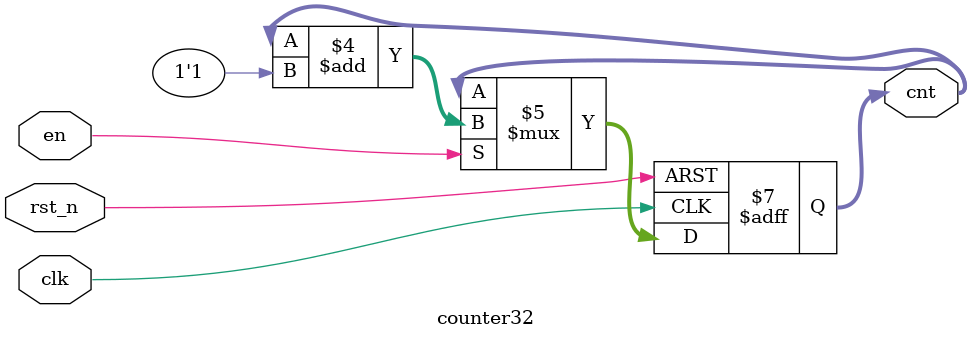
<source format=v>

module counter32 (
      //===============
      // Input Ports
      //===============
      input clk,
      input en,
      input rst_n,
      
      //===============
      // Output Ports
      //===============
      output reg [31:0] cnt
);

   // Synchronous logic, active low reset
   always @(posedge clk, negedge rst_n)
   begin
      if (rst_n == 1'b0)
         cnt <= 32'b0;
      else
      begin
         if (en == 1)
         begin
            cnt <= cnt + 1'b1;
         end
      end
   end

endmodule


</source>
